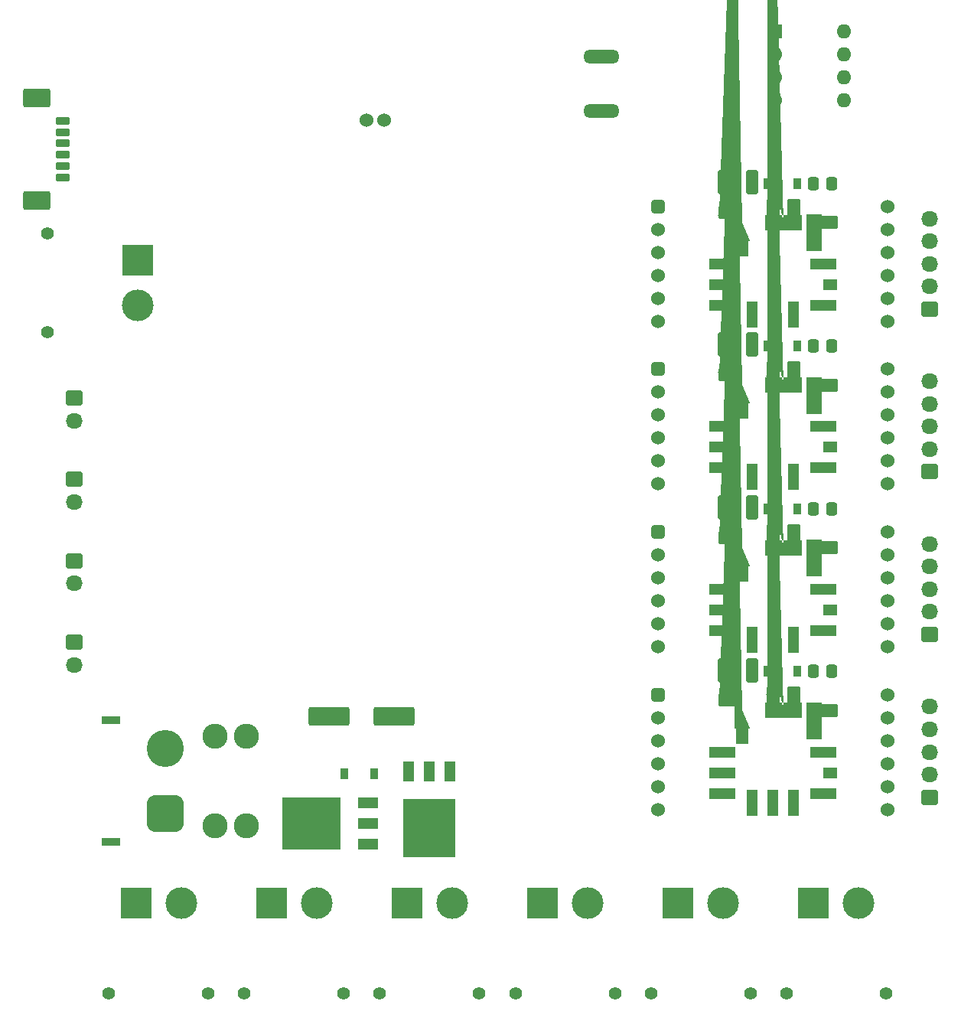
<source format=gts>
%TF.GenerationSoftware,KiCad,Pcbnew,(6.0.11)*%
%TF.CreationDate,2023-08-03T09:01:04+09:00*%
%TF.ProjectId,power,706f7765-722e-46b6-9963-61645f706362,rev?*%
%TF.SameCoordinates,Original*%
%TF.FileFunction,Soldermask,Top*%
%TF.FilePolarity,Negative*%
%FSLAX46Y46*%
G04 Gerber Fmt 4.6, Leading zero omitted, Abs format (unit mm)*
G04 Created by KiCad (PCBNEW (6.0.11)) date 2023-08-03 09:01:04*
%MOMM*%
%LPD*%
G01*
G04 APERTURE LIST*
G04 Aperture macros list*
%AMRoundRect*
0 Rectangle with rounded corners*
0 $1 Rounding radius*
0 $2 $3 $4 $5 $6 $7 $8 $9 X,Y pos of 4 corners*
0 Add a 4 corners polygon primitive as box body*
4,1,4,$2,$3,$4,$5,$6,$7,$8,$9,$2,$3,0*
0 Add four circle primitives for the rounded corners*
1,1,$1+$1,$2,$3*
1,1,$1+$1,$4,$5*
1,1,$1+$1,$6,$7*
1,1,$1+$1,$8,$9*
0 Add four rect primitives between the rounded corners*
20,1,$1+$1,$2,$3,$4,$5,0*
20,1,$1+$1,$4,$5,$6,$7,0*
20,1,$1+$1,$6,$7,$8,$9,0*
20,1,$1+$1,$8,$9,$2,$3,0*%
%AMFreePoly0*
4,1,53,0.885000,-2.035000,0.700000,-2.035000,0.700000,-3.665000,0.695106,-3.680063,0.695106,-3.695902,0.685796,-3.708716,0.680902,-3.723779,0.668089,-3.733089,0.658779,-3.745902,0.643716,-3.750796,0.630902,-3.760106,0.615063,-3.760106,0.600000,-3.765000,-0.600000,-3.765000,-0.615063,-3.760106,-0.630902,-3.760106,-0.643716,-3.750796,-0.658779,-3.745902,-0.668089,-3.733089,-0.680902,-3.723779,
-0.685796,-3.708716,-0.695106,-3.695902,-0.695106,-3.680063,-0.700000,-3.665000,-0.700000,-2.035000,-0.885000,-2.035000,-0.885000,0.450000,-2.515000,0.450000,-2.530063,0.454894,-2.545902,0.454894,-2.558716,0.464204,-2.573779,0.469098,-2.583089,0.481911,-2.595902,0.491221,-2.600796,0.506284,-2.610106,0.519098,-2.610106,0.534937,-2.615000,0.550000,-2.615000,1.750000,-2.610106,1.765063,
-2.610106,1.780902,-2.600796,1.793716,-2.595902,1.808779,-2.583089,1.818089,-2.573779,1.830902,-2.558716,1.835796,-2.545902,1.845106,-2.530063,1.845106,-2.515000,1.850000,-0.885000,1.850000,-0.885000,2.035000,0.885000,2.035000,0.885000,-2.035000,0.885000,-2.035000,$1*%
%AMFreePoly1*
4,1,53,-0.534937,2.610106,-0.519098,2.610106,-0.506284,2.600796,-0.491221,2.595902,-0.481911,2.583089,-0.469098,2.573779,-0.464204,2.558716,-0.454894,2.545902,-0.454894,2.530063,-0.450000,2.515000,-0.450000,0.885000,0.450000,0.885000,0.450000,2.515000,0.454894,2.530063,0.454894,2.545902,0.464204,2.558716,0.469098,2.573779,0.481911,2.583089,0.491221,2.595902,0.506284,2.600796,
0.519098,2.610106,0.534937,2.610106,0.550000,2.615000,1.750000,2.615000,1.765063,2.610106,1.780902,2.610106,1.793716,2.600796,1.808779,2.595902,1.818089,2.583089,1.830902,2.573779,1.835796,2.558716,1.845106,2.545902,1.845106,2.530063,1.850000,2.515000,1.850000,0.885000,2.035000,0.885000,2.035000,-0.885000,-2.035000,-0.885000,-2.035000,0.885000,-1.850000,0.885000,
-1.850000,2.515000,-1.845106,2.530063,-1.845106,2.545902,-1.835796,2.558716,-1.830902,2.573779,-1.818089,2.583089,-1.808779,2.595902,-1.793716,2.600796,-1.780902,2.610106,-1.765063,2.610106,-1.750000,2.615000,-0.550000,2.615000,-0.534937,2.610106,-0.534937,2.610106,$1*%
%AMFreePoly2*
4,1,29,0.885000,1.850000,2.515000,1.850000,2.530063,1.845106,2.545902,1.845106,2.558716,1.835796,2.573779,1.830902,2.583089,1.818089,2.595902,1.808779,2.600796,1.793716,2.610106,1.780902,2.610106,1.765063,2.615000,1.750000,2.615000,0.550000,2.610106,0.534937,2.610106,0.519098,2.600796,0.506284,2.595902,0.491221,2.583089,0.481911,2.573779,0.469098,2.558716,0.464204,
2.545902,0.454894,2.530063,0.454894,2.515000,0.450000,0.885000,0.450000,0.885000,-2.035000,-0.885000,-2.035000,-0.885000,2.035000,0.885000,2.035000,0.885000,1.850000,0.885000,1.850000,$1*%
G04 Aperture macros list end*
%ADD10C,1.400000*%
%ADD11R,3.500000X3.500000*%
%ADD12C,3.500000*%
%ADD13RoundRect,0.250000X-0.337500X-0.475000X0.337500X-0.475000X0.337500X0.475000X-0.337500X0.475000X0*%
%ADD14R,0.900000X1.200000*%
%ADD15RoundRect,0.250000X0.675000X-0.600000X0.675000X0.600000X-0.675000X0.600000X-0.675000X-0.600000X0*%
%ADD16O,1.850000X1.700000*%
%ADD17RoundRect,0.381000X-0.381000X-0.381000X0.381000X-0.381000X0.381000X0.381000X-0.381000X0.381000X0*%
%ADD18C,1.524000*%
%ADD19RoundRect,0.250000X0.412500X1.100000X-0.412500X1.100000X-0.412500X-1.100000X0.412500X-1.100000X0*%
%ADD20RoundRect,0.250001X1.999999X0.799999X-1.999999X0.799999X-1.999999X-0.799999X1.999999X-0.799999X0*%
%ADD21R,3.000000X1.200000*%
%ADD22FreePoly0,270.000000*%
%ADD23FreePoly1,0.000000*%
%ADD24FreePoly2,0.000000*%
%ADD25R,1.200000X3.000000*%
%ADD26R,1.500000X1.200000*%
%ADD27R,2.200000X1.200000*%
%ADD28R,6.400000X5.800000*%
%ADD29RoundRect,0.250000X-0.675000X0.600000X-0.675000X-0.600000X0.675000X-0.600000X0.675000X0.600000X0*%
%ADD30R,1.200000X2.200000*%
%ADD31R,5.800000X6.400000*%
%ADD32C,2.780000*%
%ADD33R,1.600000X1.600000*%
%ADD34O,1.600000X1.600000*%
%ADD35O,4.000000X1.524000*%
%ADD36R,2.000000X0.900000*%
%ADD37RoundRect,1.025000X1.025000X-1.025000X1.025000X1.025000X-1.025000X1.025000X-1.025000X-1.025000X0*%
%ADD38C,4.100000*%
%ADD39RoundRect,0.200000X-0.600000X0.200000X-0.600000X-0.200000X0.600000X-0.200000X0.600000X0.200000X0*%
%ADD40RoundRect,0.250001X-1.249999X0.799999X-1.249999X-0.799999X1.249999X-0.799999X1.249999X0.799999X0*%
G04 APERTURE END LIST*
D10*
%TO.C,J12*%
X164450000Y-156350000D03*
X153450000Y-156350000D03*
D11*
X156450000Y-146350000D03*
D12*
X161450000Y-146350000D03*
%TD*%
D13*
%TO.C,C17*%
X186412500Y-66750000D03*
X188487500Y-66750000D03*
%TD*%
D14*
%TO.C,D9*%
X181300000Y-120750000D03*
X184600000Y-120750000D03*
%TD*%
D15*
%TO.C,J3*%
X199300000Y-98650000D03*
D16*
X199300000Y-96150000D03*
X199300000Y-93650000D03*
X199300000Y-91150000D03*
X199300000Y-88650000D03*
%TD*%
D17*
%TO.C,U3*%
X169250000Y-105300000D03*
D18*
X169250000Y-107840000D03*
X169250000Y-110380000D03*
X169250000Y-112920000D03*
X169250000Y-115460000D03*
X169250000Y-118000000D03*
X194650000Y-118000000D03*
X194650000Y-115460000D03*
X194650000Y-112920000D03*
X194650000Y-110380000D03*
X194650000Y-107840000D03*
X194650000Y-105300000D03*
%TD*%
D13*
%TO.C,C22*%
X186412500Y-120750000D03*
X188487500Y-120750000D03*
%TD*%
D19*
%TO.C,C15*%
X179612500Y-66600000D03*
X176487500Y-66600000D03*
%TD*%
D10*
%TO.C,J7*%
X108450000Y-156350000D03*
X119450000Y-156350000D03*
D11*
X111450000Y-146350000D03*
D12*
X116450000Y-146350000D03*
%TD*%
D17*
%TO.C,U4*%
X169250000Y-123300000D03*
D18*
X169250000Y-125840000D03*
X169250000Y-128380000D03*
X169250000Y-130920000D03*
X169250000Y-133460000D03*
X169250000Y-136000000D03*
X194650000Y-136000000D03*
X194650000Y-133460000D03*
X194650000Y-130920000D03*
X194650000Y-128380000D03*
X194650000Y-125840000D03*
X194650000Y-123300000D03*
%TD*%
D15*
%TO.C,J4*%
X199300000Y-116650000D03*
D16*
X199300000Y-114150000D03*
X199300000Y-111650000D03*
X199300000Y-109150000D03*
X199300000Y-106650000D03*
%TD*%
D13*
%TO.C,C21*%
X186412500Y-102750000D03*
X188487500Y-102750000D03*
%TD*%
D19*
%TO.C,C19*%
X179612500Y-102600000D03*
X176487500Y-102600000D03*
%TD*%
D14*
%TO.C,D6*%
X181300000Y-66800000D03*
X184600000Y-66800000D03*
%TD*%
D20*
%TO.C,C2*%
X140050000Y-125750000D03*
X132850000Y-125750000D03*
%TD*%
D10*
%TO.C,J6*%
X101625000Y-72250000D03*
X101625000Y-83250000D03*
D11*
X111625000Y-75250000D03*
D12*
X111625000Y-80250000D03*
%TD*%
D19*
%TO.C,C20*%
X179612500Y-120600000D03*
X176487500Y-120600000D03*
%TD*%
D21*
%TO.C,MD3*%
X176350000Y-111650000D03*
D22*
X178515000Y-107065000D03*
D23*
X183095000Y-107065000D03*
D24*
X186535000Y-108215000D03*
D21*
X187550000Y-111650000D03*
X187550000Y-116230000D03*
D25*
X181950000Y-117250000D03*
X179660000Y-117250000D03*
D21*
X176350000Y-116230000D03*
X176350000Y-113940000D03*
D26*
X188300000Y-113940000D03*
D25*
X184240000Y-117250000D03*
%TD*%
D14*
%TO.C,D8*%
X181300000Y-102750000D03*
X184600000Y-102750000D03*
%TD*%
D15*
%TO.C,J5*%
X199300000Y-134650000D03*
D16*
X199300000Y-132150000D03*
X199300000Y-129650000D03*
X199300000Y-127150000D03*
X199300000Y-124650000D03*
%TD*%
D21*
%TO.C,MD1*%
X176350000Y-75650000D03*
D22*
X178515000Y-71065000D03*
D23*
X183095000Y-71065000D03*
D24*
X186535000Y-72215000D03*
D21*
X187550000Y-75650000D03*
X187550000Y-80230000D03*
D25*
X181950000Y-81250000D03*
X179660000Y-81250000D03*
D21*
X176350000Y-80230000D03*
X176350000Y-77940000D03*
D26*
X188300000Y-77940000D03*
D25*
X184240000Y-81250000D03*
%TD*%
D14*
%TO.C,D1*%
X137800000Y-132050000D03*
X134500000Y-132050000D03*
%TD*%
D17*
%TO.C,U2*%
X169250000Y-87300000D03*
D18*
X169250000Y-89840000D03*
X169250000Y-92380000D03*
X169250000Y-94920000D03*
X169250000Y-97460000D03*
X169250000Y-100000000D03*
X194650000Y-100000000D03*
X194650000Y-97460000D03*
X194650000Y-94920000D03*
X194650000Y-92380000D03*
X194650000Y-89840000D03*
X194650000Y-87300000D03*
%TD*%
D27*
%TO.C,Q1*%
X137150000Y-139830000D03*
X137150000Y-137550000D03*
D28*
X130850000Y-137550000D03*
D27*
X137150000Y-135270000D03*
%TD*%
D29*
%TO.C,J16*%
X104600000Y-117500000D03*
D16*
X104600000Y-120000000D03*
%TD*%
D30*
%TO.C,Q3*%
X146230000Y-131775000D03*
D31*
X143950000Y-138075000D03*
D30*
X143950000Y-131775000D03*
X141670000Y-131775000D03*
%TD*%
D29*
%TO.C,J10*%
X104600000Y-90500000D03*
D16*
X104600000Y-93000000D03*
%TD*%
D10*
%TO.C,J13*%
X168450000Y-156350000D03*
X179450000Y-156350000D03*
D11*
X171450000Y-146350000D03*
D12*
X176450000Y-146350000D03*
%TD*%
D21*
%TO.C,MD4*%
X176350000Y-129650000D03*
D22*
X178515000Y-125065000D03*
D23*
X183095000Y-125065000D03*
D24*
X186535000Y-126215000D03*
D21*
X187550000Y-129650000D03*
X187550000Y-134230000D03*
D25*
X181950000Y-135250000D03*
X179660000Y-135250000D03*
D21*
X176350000Y-134230000D03*
X176350000Y-131940000D03*
D26*
X188300000Y-131940000D03*
D25*
X184240000Y-135250000D03*
%TD*%
D10*
%TO.C,J14*%
X194450000Y-156350000D03*
X183450000Y-156350000D03*
D11*
X186450000Y-146350000D03*
D12*
X191450000Y-146350000D03*
%TD*%
D17*
%TO.C,U1*%
X169250000Y-69300000D03*
D18*
X169250000Y-71840000D03*
X169250000Y-74380000D03*
X169250000Y-76920000D03*
X169250000Y-79460000D03*
X169250000Y-82000000D03*
X194650000Y-82000000D03*
X194650000Y-79460000D03*
X194650000Y-76920000D03*
X194650000Y-74380000D03*
X194650000Y-71840000D03*
X194650000Y-69300000D03*
%TD*%
D32*
%TO.C,F1*%
X120250000Y-127890000D03*
X123650000Y-127890000D03*
X123650000Y-137810000D03*
X120250000Y-137810000D03*
%TD*%
D14*
%TO.C,D7*%
X181300000Y-84750000D03*
X184600000Y-84750000D03*
%TD*%
D29*
%TO.C,J15*%
X104600000Y-108500000D03*
D16*
X104600000Y-111000000D03*
%TD*%
D21*
%TO.C,MD2*%
X176350000Y-93650000D03*
D22*
X178515000Y-89065000D03*
D23*
X183095000Y-89065000D03*
D24*
X186535000Y-90215000D03*
D21*
X187550000Y-93650000D03*
X187550000Y-98230000D03*
D25*
X181950000Y-99250000D03*
X179660000Y-99250000D03*
D21*
X176350000Y-98230000D03*
X176350000Y-95940000D03*
D26*
X188300000Y-95940000D03*
D25*
X184240000Y-99250000D03*
%TD*%
D10*
%TO.C,J8*%
X134450000Y-156350000D03*
X123450000Y-156350000D03*
D11*
X126450000Y-146350000D03*
D12*
X131450000Y-146350000D03*
%TD*%
D15*
%TO.C,J2*%
X199300000Y-80650000D03*
D16*
X199300000Y-78150000D03*
X199300000Y-75650000D03*
X199300000Y-73150000D03*
X199300000Y-70650000D03*
%TD*%
D18*
%TO.C,MES1*%
X138950000Y-59750000D03*
X136950000Y-59735000D03*
%TD*%
D33*
%TO.C,SW2*%
X182150000Y-49950000D03*
D34*
X182150000Y-52490000D03*
X182150000Y-55030000D03*
X182150000Y-57570000D03*
X189770000Y-57570000D03*
X189770000Y-55030000D03*
X189770000Y-52490000D03*
X189770000Y-49950000D03*
%TD*%
D13*
%TO.C,C18*%
X186412500Y-84750000D03*
X188487500Y-84750000D03*
%TD*%
D35*
%TO.C,SW1*%
X162950000Y-58750000D03*
X162950000Y-52750000D03*
%TD*%
D19*
%TO.C,C16*%
X179612500Y-84600000D03*
X176487500Y-84600000D03*
%TD*%
D10*
%TO.C,J9*%
X149450000Y-156350000D03*
X138450000Y-156350000D03*
D11*
X141450000Y-146350000D03*
D12*
X146450000Y-146350000D03*
%TD*%
D29*
%TO.C,J11*%
X104600000Y-99500000D03*
D16*
X104600000Y-102000000D03*
%TD*%
D36*
%TO.C,J1*%
X108700000Y-139600000D03*
X108700000Y-126100000D03*
D37*
X114700000Y-136450000D03*
D38*
X114700000Y-129250000D03*
%TD*%
D39*
%TO.C,J17*%
X103350000Y-59825000D03*
X103350000Y-61075000D03*
X103350000Y-62325000D03*
X103350000Y-63575000D03*
X103350000Y-64825000D03*
X103350000Y-66075000D03*
D40*
X100450000Y-68625000D03*
X100450000Y-57275000D03*
%TD*%
M02*

</source>
